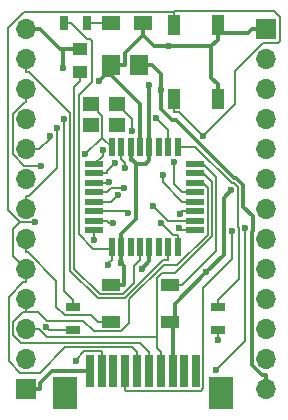
<source format=gbr>
G04 #@! TF.FileFunction,Copper,L1,Top,Signal*
%FSLAX46Y46*%
G04 Gerber Fmt 4.6, Leading zero omitted, Abs format (unit mm)*
G04 Created by KiCad (PCBNEW 4.0.7) date Mon Feb  5 11:14:21 2018*
%MOMM*%
%LPD*%
G01*
G04 APERTURE LIST*
%ADD10C,0.100000*%
%ADD11R,1.550000X1.800000*%
%ADD12R,1.250000X1.000000*%
%ADD13R,1.500000X1.300000*%
%ADD14R,1.700000X1.700000*%
%ADD15O,1.700000X1.700000*%
%ADD16R,1.600000X1.000000*%
%ADD17R,1.300000X0.700000*%
%ADD18R,0.700000X1.300000*%
%ADD19R,1.100000X1.800000*%
%ADD20R,0.550000X1.600000*%
%ADD21R,1.600000X0.550000*%
%ADD22R,1.400000X1.200000*%
%ADD23R,0.700000X2.700000*%
%ADD24R,2.100000X2.800000*%
%ADD25C,0.600000*%
%ADD26C,0.300000*%
%ADD27C,0.200000*%
G04 APERTURE END LIST*
D10*
D11*
X97441000Y-76962000D03*
X95091000Y-76962000D03*
D12*
X92456000Y-77581000D03*
X92456000Y-75581000D03*
D13*
X97743000Y-73406000D03*
X95043000Y-73406000D03*
D14*
X108204000Y-73914000D03*
D15*
X108204000Y-76454000D03*
X108204000Y-78994000D03*
X108204000Y-81534000D03*
X108204000Y-84074000D03*
X108204000Y-86614000D03*
X108204000Y-89154000D03*
X108204000Y-91694000D03*
X108204000Y-94234000D03*
X108204000Y-96774000D03*
X108204000Y-99314000D03*
X108204000Y-101854000D03*
X108204000Y-104394000D03*
D14*
X87884000Y-104394000D03*
D15*
X87884000Y-101854000D03*
X87884000Y-99314000D03*
X87884000Y-96774000D03*
X87884000Y-94234000D03*
X87884000Y-91694000D03*
X87884000Y-89154000D03*
X87884000Y-86614000D03*
X87884000Y-84074000D03*
X87884000Y-81534000D03*
X87884000Y-78994000D03*
X87884000Y-76454000D03*
X87884000Y-73914000D03*
D16*
X100036000Y-98755000D03*
X100036000Y-95555000D03*
X95036000Y-98755000D03*
X95036000Y-95555000D03*
D17*
X91821000Y-99375000D03*
X91821000Y-97475000D03*
D18*
X93025000Y-73406000D03*
X91125000Y-73406000D03*
D17*
X104140000Y-99375000D03*
X104140000Y-97475000D03*
D19*
X100385000Y-79808000D03*
X100385000Y-73608000D03*
X104085000Y-79808000D03*
X104085000Y-73608000D03*
D20*
X100717000Y-83888000D03*
X99917000Y-83888000D03*
X99117000Y-83888000D03*
X98317000Y-83888000D03*
X97517000Y-83888000D03*
X96717000Y-83888000D03*
X95917000Y-83888000D03*
X95117000Y-83888000D03*
D21*
X93667000Y-85338000D03*
X93667000Y-86138000D03*
X93667000Y-86938000D03*
X93667000Y-87738000D03*
X93667000Y-88538000D03*
X93667000Y-89338000D03*
X93667000Y-90138000D03*
X93667000Y-90938000D03*
D20*
X95117000Y-92388000D03*
X95917000Y-92388000D03*
X96717000Y-92388000D03*
X97517000Y-92388000D03*
X98317000Y-92388000D03*
X99117000Y-92388000D03*
X99917000Y-92388000D03*
X100717000Y-92388000D03*
D21*
X102167000Y-90938000D03*
X102167000Y-90138000D03*
X102167000Y-89338000D03*
X102167000Y-88538000D03*
X102167000Y-87738000D03*
X102167000Y-86938000D03*
X102167000Y-86138000D03*
X102167000Y-85338000D03*
D22*
X95588000Y-80303000D03*
X93388000Y-80303000D03*
X93388000Y-82003000D03*
X95588000Y-82003000D03*
D23*
X93275000Y-102870000D03*
X94275000Y-102870000D03*
X95275000Y-102870000D03*
X96275000Y-102870000D03*
X97275000Y-102870000D03*
X98275000Y-102870000D03*
X99275000Y-102870000D03*
X100275000Y-102870000D03*
X101275000Y-102870000D03*
X102275000Y-102870000D03*
D24*
X91175000Y-104770000D03*
X104365000Y-104760000D03*
D25*
X99323500Y-79075000D03*
X97655000Y-94200300D03*
X94017400Y-78300000D03*
X105227300Y-87580100D03*
X103134400Y-94525000D03*
X91034100Y-77193800D03*
X99935000Y-75371400D03*
X98288200Y-78677100D03*
X95917000Y-93702300D03*
X96241800Y-85693700D03*
X96822300Y-82551600D03*
X92876300Y-84508900D03*
X94369300Y-84182300D03*
X95413300Y-85259500D03*
X94918700Y-86845100D03*
X96146400Y-87407200D03*
X95645600Y-87970800D03*
X96532500Y-89463000D03*
X105347300Y-91015200D03*
X95197200Y-90328300D03*
X92070100Y-102018400D03*
X93667000Y-91819500D03*
X94791600Y-93931800D03*
X102859000Y-82993000D03*
X100429300Y-85144500D03*
X88635100Y-90254400D03*
X99467700Y-86266400D03*
X90474800Y-82327400D03*
X100899400Y-89565000D03*
X98629900Y-88896300D03*
X89866600Y-83000600D03*
X100836400Y-90779000D03*
X106448000Y-90748500D03*
X103960300Y-102826000D03*
X99273100Y-90325200D03*
X89178100Y-85486800D03*
X89590400Y-99157500D03*
X104140000Y-100284900D03*
X98902100Y-81455900D03*
X91050100Y-81521800D03*
D26*
X108204000Y-104394000D02*
X108204000Y-103193700D01*
X99323500Y-77719200D02*
X98566300Y-76962000D01*
X99323500Y-79075000D02*
X99323500Y-77719200D01*
X97441000Y-76962000D02*
X98566300Y-76962000D01*
X99323500Y-80722800D02*
X99323500Y-79075000D01*
X100200800Y-81600100D02*
X99323500Y-80722800D01*
X100539400Y-81600100D02*
X100200800Y-81600100D01*
X105468800Y-86529500D02*
X100539400Y-81600100D01*
X105662500Y-86529500D02*
X105468800Y-86529500D01*
X106277900Y-87144900D02*
X105662500Y-86529500D01*
X106277900Y-88943100D02*
X106277900Y-87144900D01*
X107098300Y-89763500D02*
X106277900Y-88943100D01*
X107098300Y-91017900D02*
X107098300Y-89763500D01*
X107003700Y-91112500D02*
X107098300Y-91017900D01*
X107003700Y-102368600D02*
X107003700Y-91112500D01*
X107828800Y-103193700D02*
X107003700Y-102368600D01*
X108204000Y-103193700D02*
X107828800Y-103193700D01*
X98317000Y-92388000D02*
X98317000Y-93538300D01*
X100275000Y-102870000D02*
X100275000Y-98755000D01*
X100036000Y-98755000D02*
X100275000Y-98755000D01*
X104085000Y-79808000D02*
X104085000Y-78557700D01*
X104085000Y-73608000D02*
X104085000Y-74233100D01*
X104085000Y-74233100D02*
X104085000Y-74858300D01*
X106684600Y-74233100D02*
X107003700Y-73914000D01*
X104085000Y-74233100D02*
X106684600Y-74233100D01*
X108204000Y-73914000D02*
X107003700Y-73914000D01*
X97517000Y-80224000D02*
X97517000Y-82737700D01*
X95091000Y-77798000D02*
X97517000Y-80224000D01*
X97517000Y-83312800D02*
X97517000Y-82737700D01*
X100275000Y-98755000D02*
X100443100Y-98755000D01*
X97743000Y-73406000D02*
X97743000Y-74406300D01*
X95091000Y-77798000D02*
X95091000Y-76962000D01*
X96216300Y-75933000D02*
X97743000Y-74406300D01*
X96216300Y-76962000D02*
X96216300Y-75933000D01*
X98317000Y-93538300D02*
X97655000Y-94200300D01*
X97517000Y-83312800D02*
X97517000Y-83888000D01*
X95091000Y-76962000D02*
X96216300Y-76962000D01*
X87884000Y-73914000D02*
X89084300Y-73914000D01*
X94519400Y-77798000D02*
X95091000Y-77798000D01*
X94017400Y-78300000D02*
X94519400Y-77798000D01*
X91034100Y-77193800D02*
X91034100Y-75581000D01*
X90751300Y-75581000D02*
X91034100Y-75581000D01*
X89084300Y-73914000D02*
X90751300Y-75581000D01*
X91034100Y-75581000D02*
X92456000Y-75581000D01*
X103550200Y-78022900D02*
X103550200Y-75393100D01*
X104085000Y-78557700D02*
X103550200Y-78022900D01*
X103550200Y-75393100D02*
X104085000Y-74858300D01*
X99956700Y-75393100D02*
X99935000Y-75371400D01*
X103550200Y-75393100D02*
X99956700Y-75393100D01*
X98708100Y-75371400D02*
X99935000Y-75371400D01*
X97743000Y-74406300D02*
X98708100Y-75371400D01*
X100443100Y-97216300D02*
X103134400Y-94525000D01*
X100443100Y-98755000D02*
X100443100Y-97216300D01*
X104592300Y-88215100D02*
X105227300Y-87580100D01*
X104592300Y-93067100D02*
X104592300Y-88215100D01*
X103134400Y-94525000D02*
X104592300Y-93067100D01*
D27*
X91971700Y-78815600D02*
X92456000Y-78331300D01*
X91971700Y-94216900D02*
X91971700Y-78815600D01*
X94112900Y-96358100D02*
X91971700Y-94216900D01*
X96092600Y-96358100D02*
X94112900Y-96358100D01*
X97015700Y-95435000D02*
X96092600Y-96358100D01*
X97015700Y-93939600D02*
X97015700Y-95435000D01*
X97517000Y-93438300D02*
X97015700Y-93939600D01*
X97517000Y-92388000D02*
X97517000Y-93438300D01*
X92456000Y-77581000D02*
X92456000Y-78331300D01*
D26*
X89084300Y-103897200D02*
X89084300Y-104394000D01*
X90111500Y-102870000D02*
X89084300Y-103897200D01*
X93275000Y-102870000D02*
X90111500Y-102870000D01*
X87884000Y-104394000D02*
X89084300Y-104394000D01*
X98317000Y-83888000D02*
X98317000Y-82737700D01*
X98317000Y-83888000D02*
X98317000Y-85038300D01*
X95917000Y-93538300D02*
X95917000Y-93702300D01*
X96186300Y-93971600D02*
X96186300Y-95555000D01*
X95917000Y-93702300D02*
X96186300Y-93971600D01*
X95036000Y-95555000D02*
X96186300Y-95555000D01*
X96717000Y-83888000D02*
X96717000Y-85038300D01*
X98244200Y-82664900D02*
X98317000Y-82737700D01*
X98244200Y-78721100D02*
X98244200Y-82664900D01*
X98288200Y-78677100D02*
X98244200Y-78721100D01*
X95917000Y-92838000D02*
X95917000Y-93538300D01*
X95917000Y-92838000D02*
X95917000Y-92388000D01*
X97182800Y-89971900D02*
X97182800Y-85312400D01*
X95917000Y-91237700D02*
X97182800Y-89971900D01*
X96908700Y-85038300D02*
X97182800Y-85312400D01*
X96717000Y-85038300D02*
X96908700Y-85038300D01*
X98042900Y-85312400D02*
X98317000Y-85038300D01*
X97182800Y-85312400D02*
X98042900Y-85312400D01*
X95917000Y-92388000D02*
X95917000Y-91237700D01*
D27*
X95917000Y-83888000D02*
X95917000Y-84938300D01*
X96241800Y-85263100D02*
X96241800Y-85693700D01*
X95917000Y-84938300D02*
X96241800Y-85263100D01*
X96822300Y-81537300D02*
X96822300Y-82551600D01*
X95588000Y-80303000D02*
X96822300Y-81537300D01*
X94338400Y-81253400D02*
X94338400Y-83109400D01*
X93388000Y-80303000D02*
X94338400Y-81253400D01*
X94338400Y-83109400D02*
X95117000Y-83888000D01*
X94275800Y-83109400D02*
X92876300Y-84508900D01*
X94338400Y-83109400D02*
X94275800Y-83109400D01*
X93025000Y-73406000D02*
X95043000Y-73406000D01*
X94369300Y-84635700D02*
X94369300Y-84182300D01*
X93667000Y-85338000D02*
X94369300Y-84635700D01*
X94717300Y-85955500D02*
X95413300Y-85259500D01*
X94717300Y-86138000D02*
X94717300Y-85955500D01*
X93667000Y-86138000D02*
X94717300Y-86138000D01*
X93667000Y-86938000D02*
X94717300Y-86938000D01*
X94810200Y-86845100D02*
X94918700Y-86845100D01*
X94717300Y-86938000D02*
X94810200Y-86845100D01*
X93667000Y-87738000D02*
X94717300Y-87738000D01*
X95048100Y-87407200D02*
X96146400Y-87407200D01*
X94717300Y-87738000D02*
X95048100Y-87407200D01*
X93667000Y-88538000D02*
X94717300Y-88538000D01*
X95078400Y-88538000D02*
X95645600Y-87970800D01*
X94717300Y-88538000D02*
X95078400Y-88538000D01*
X96407500Y-89338000D02*
X96532500Y-89463000D01*
X93667000Y-89338000D02*
X96407500Y-89338000D01*
X96275000Y-102870000D02*
X96275000Y-104470300D01*
X105347200Y-91015200D02*
X105347300Y-91015200D01*
X105347200Y-93373600D02*
X105347200Y-91015200D01*
X102875300Y-95845500D02*
X105347200Y-93373600D01*
X102875300Y-104347800D02*
X102875300Y-95845500D01*
X102694300Y-104528800D02*
X102875300Y-104347800D01*
X96333500Y-104528800D02*
X102694300Y-104528800D01*
X96275000Y-104470300D02*
X96333500Y-104528800D01*
X94907600Y-90328300D02*
X94717300Y-90138000D01*
X95197200Y-90328300D02*
X94907600Y-90328300D01*
X93667000Y-90138000D02*
X94717300Y-90138000D01*
X92070100Y-101946400D02*
X92070100Y-102018400D01*
X92799700Y-101216800D02*
X92070100Y-101946400D01*
X94222100Y-101216800D02*
X92799700Y-101216800D01*
X94275000Y-101269700D02*
X94222100Y-101216800D01*
X94275000Y-102870000D02*
X94275000Y-101269700D01*
X93667000Y-91819500D02*
X93667000Y-90938000D01*
X94791600Y-93763700D02*
X94791600Y-93931800D01*
X95117000Y-93438300D02*
X94791600Y-93763700D01*
X95117000Y-92388000D02*
X95117000Y-92519200D01*
X95117000Y-92519200D02*
X95117000Y-93438300D01*
X91125000Y-73406000D02*
X91725300Y-73406000D01*
X91725300Y-73481000D02*
X91725300Y-73406000D01*
X93024900Y-74780600D02*
X91725300Y-73481000D01*
X93280000Y-74780600D02*
X93024900Y-74780600D01*
X93416900Y-74917500D02*
X93280000Y-74780600D01*
X93416900Y-78396200D02*
X93416900Y-74917500D01*
X92322100Y-79491000D02*
X93416900Y-78396200D01*
X92322100Y-91280500D02*
X92322100Y-79491000D01*
X93560800Y-92519200D02*
X92322100Y-91280500D01*
X95117000Y-92519200D02*
X93560800Y-92519200D01*
X102167000Y-87738000D02*
X101116700Y-87738000D01*
X100385000Y-79808000D02*
X100385000Y-80958300D01*
X100824300Y-80958300D02*
X102859000Y-82993000D01*
X100385000Y-80958300D02*
X100824300Y-80958300D01*
X97275000Y-102870000D02*
X97275000Y-101269700D01*
X87884000Y-94234000D02*
X87884000Y-95334300D01*
X100429300Y-87050600D02*
X100429300Y-85144500D01*
X101116700Y-87738000D02*
X100429300Y-87050600D01*
X105575200Y-80276800D02*
X102859000Y-82993000D01*
X105575200Y-77481500D02*
X105575200Y-80276800D01*
X107971700Y-75085000D02*
X105575200Y-77481500D01*
X109200200Y-75085000D02*
X107971700Y-75085000D01*
X109354400Y-74930800D02*
X109200200Y-75085000D01*
X109354400Y-72872900D02*
X109354400Y-74930800D01*
X108889100Y-72407600D02*
X109354400Y-72872900D01*
X100435100Y-72407600D02*
X108889100Y-72407600D01*
X100385000Y-72457700D02*
X100435100Y-72407600D01*
X100385000Y-73608000D02*
X100385000Y-72457700D01*
X86778500Y-93128500D02*
X87884000Y-94234000D01*
X86778500Y-90830500D02*
X86778500Y-93128500D01*
X87354600Y-90254400D02*
X86778500Y-90830500D01*
X87354600Y-90254400D02*
X88635100Y-90254400D01*
X96871800Y-100866500D02*
X97275000Y-101269700D01*
X91163500Y-100866500D02*
X96871800Y-100866500D01*
X89013200Y-103016800D02*
X91163500Y-100866500D01*
X87374700Y-103016800D02*
X89013200Y-103016800D01*
X86396600Y-102038700D02*
X87374700Y-103016800D01*
X86396600Y-96593700D02*
X86396600Y-102038700D01*
X87656000Y-95334300D02*
X86396600Y-96593700D01*
X87884000Y-95334300D02*
X87656000Y-95334300D01*
X86348100Y-89247900D02*
X87354600Y-90254400D01*
X86348100Y-73786800D02*
X86348100Y-89247900D01*
X87679300Y-72455600D02*
X86348100Y-73786800D01*
X100382900Y-72455600D02*
X87679300Y-72455600D01*
X100385000Y-72457700D02*
X100382900Y-72455600D01*
X87656000Y-97874300D02*
X87884000Y-97874300D01*
X86783100Y-98747200D02*
X87656000Y-97874300D01*
X86783100Y-99849200D02*
X86783100Y-98747200D01*
X87417800Y-100483900D02*
X86783100Y-99849200D01*
X97489200Y-100483900D02*
X87417800Y-100483900D01*
X98275000Y-101269700D02*
X97489200Y-100483900D01*
X98275000Y-102870000D02*
X98275000Y-101269700D01*
X87884000Y-96774000D02*
X87884000Y-97874300D01*
X88910800Y-97874300D02*
X87884000Y-97874300D01*
X89643700Y-98607200D02*
X88910800Y-97874300D01*
X92713400Y-98607200D02*
X89643700Y-98607200D01*
X93611600Y-99505400D02*
X92713400Y-98607200D01*
X95939600Y-99505400D02*
X93611600Y-99505400D01*
X96630500Y-98814500D02*
X95939600Y-99505400D01*
X96630500Y-96811200D02*
X96630500Y-98814500D01*
X99521600Y-93920100D02*
X96630500Y-96811200D01*
X100656200Y-93920100D02*
X99521600Y-93920100D01*
X103245500Y-91330800D02*
X100656200Y-93920100D01*
X103245500Y-87370300D02*
X103245500Y-91330800D01*
X102813200Y-86938000D02*
X103245500Y-87370300D01*
X102167000Y-86938000D02*
X102813200Y-86938000D01*
X99275000Y-102870000D02*
X99275000Y-101269700D01*
X87884000Y-99314000D02*
X88984300Y-99314000D01*
X98935600Y-100930300D02*
X99275000Y-101269700D01*
X98935600Y-99982500D02*
X98935600Y-100930300D01*
X102850400Y-86138000D02*
X102167000Y-86138000D01*
X103595800Y-86883400D02*
X102850400Y-86138000D01*
X103595800Y-91475900D02*
X103595800Y-86883400D01*
X100524300Y-94547400D02*
X103595800Y-91475900D01*
X99389600Y-94547400D02*
X100524300Y-94547400D01*
X98935600Y-95001400D02*
X99389600Y-94547400D01*
X98935600Y-99982500D02*
X98935600Y-95001400D01*
X89637200Y-99982500D02*
X98935600Y-99982500D01*
X88984300Y-99329600D02*
X89637200Y-99982500D01*
X88984300Y-99314000D02*
X88984300Y-99329600D01*
X95036000Y-98755000D02*
X93985700Y-98755000D01*
X87884000Y-91694000D02*
X87884000Y-92794300D01*
X88002100Y-92794300D02*
X87884000Y-92794300D01*
X90431500Y-95223700D02*
X88002100Y-92794300D01*
X90431500Y-97449900D02*
X90431500Y-95223700D01*
X91147500Y-98165900D02*
X90431500Y-97449900D01*
X93396600Y-98165900D02*
X91147500Y-98165900D01*
X93985700Y-98755000D02*
X93396600Y-98165900D01*
X87884000Y-89154000D02*
X87884000Y-88053700D01*
X102167000Y-88538000D02*
X101116700Y-88538000D01*
X99467700Y-86889000D02*
X99467700Y-86266400D01*
X101116700Y-88538000D02*
X99467700Y-86889000D01*
X90474800Y-85690900D02*
X90474800Y-82327400D01*
X88112000Y-88053700D02*
X90474800Y-85690900D01*
X87884000Y-88053700D02*
X88112000Y-88053700D01*
X102167000Y-89338000D02*
X101116700Y-89338000D01*
X101116700Y-89347700D02*
X100899400Y-89565000D01*
X101116700Y-89338000D02*
X101116700Y-89347700D01*
X87884000Y-84074000D02*
X88984300Y-84074000D01*
X102167000Y-90138000D02*
X101116700Y-90138000D01*
X99871600Y-90138000D02*
X98629900Y-88896300D01*
X101116700Y-90138000D02*
X99871600Y-90138000D01*
X89866600Y-83191700D02*
X89866600Y-83000600D01*
X88984300Y-84074000D02*
X89866600Y-83191700D01*
X106448000Y-100338300D02*
X106448000Y-90748500D01*
X103960300Y-102826000D02*
X106448000Y-100338300D01*
X100995400Y-90938000D02*
X100836400Y-90779000D01*
X102167000Y-90938000D02*
X100995400Y-90938000D01*
X87767500Y-80094300D02*
X87884000Y-80094300D01*
X86758600Y-81103200D02*
X87767500Y-80094300D01*
X86758600Y-84509700D02*
X86758600Y-81103200D01*
X87735700Y-85486800D02*
X86758600Y-84509700D01*
X89178100Y-85486800D02*
X87735700Y-85486800D01*
X87884000Y-78994000D02*
X87884000Y-80094300D01*
X100717000Y-92388000D02*
X100717000Y-91337700D01*
X100285600Y-91337700D02*
X99273100Y-90325200D01*
X100717000Y-91337700D02*
X100285600Y-91337700D01*
X99917000Y-92388000D02*
X99917000Y-93438300D01*
X87884000Y-76454000D02*
X87884000Y-77554300D01*
X99507900Y-93438300D02*
X99917000Y-93438300D01*
X96237800Y-96708400D02*
X99507900Y-93438300D01*
X93967800Y-96708400D02*
X96237800Y-96708400D01*
X91621300Y-94361900D02*
X93967800Y-96708400D01*
X91621300Y-81063600D02*
X91621300Y-94361900D01*
X88112000Y-77554300D02*
X91621300Y-81063600D01*
X87884000Y-77554300D02*
X88112000Y-77554300D01*
X100036000Y-95555000D02*
X101086300Y-95555000D01*
X102847600Y-85338000D02*
X102167000Y-85338000D01*
X103946100Y-86436500D02*
X102847600Y-85338000D01*
X103946100Y-92695200D02*
X103946100Y-86436500D01*
X101086300Y-95555000D02*
X103946100Y-92695200D01*
X89807900Y-99375000D02*
X89590400Y-99157500D01*
X91821000Y-99375000D02*
X89807900Y-99375000D01*
X104140000Y-99375000D02*
X104140000Y-99975300D01*
X104140000Y-99975300D02*
X104140000Y-100284900D01*
X99917000Y-82470800D02*
X98902100Y-81455900D01*
X99917000Y-83888000D02*
X99917000Y-82470800D01*
X91821000Y-97475000D02*
X91821000Y-96874700D01*
X91050100Y-96103800D02*
X91821000Y-96874700D01*
X91050100Y-81521800D02*
X91050100Y-96103800D01*
X104140000Y-97475000D02*
X104140000Y-96874700D01*
X102190300Y-83888000D02*
X100717000Y-83888000D01*
X105282100Y-86979800D02*
X102190300Y-83888000D01*
X105476000Y-86979800D02*
X105282100Y-86979800D01*
X105827600Y-87331400D02*
X105476000Y-86979800D01*
X105827600Y-90717200D02*
X105827600Y-87331400D01*
X105897600Y-90787200D02*
X105827600Y-90717200D01*
X105897600Y-95117100D02*
X105897600Y-90787200D01*
X104140000Y-96874700D02*
X105897600Y-95117100D01*
M02*

</source>
